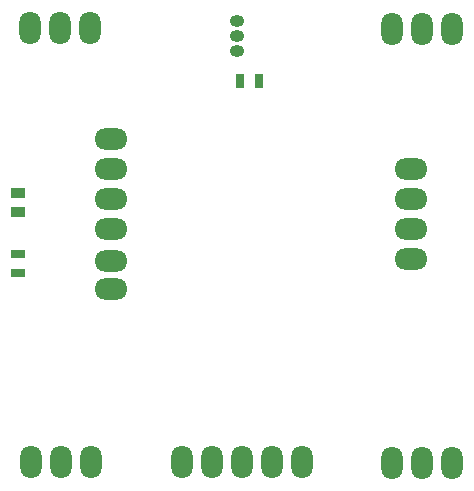
<source format=gts>
G04*
G04 #@! TF.GenerationSoftware,Altium Limited,Altium Designer,20.1.14 (287)*
G04*
G04 Layer_Color=8388736*
%FSLAX44Y44*%
%MOMM*%
G71*
G04*
G04 #@! TF.SameCoordinates,A1741A08-9612-4A6D-A7CB-39B1CF954D6D*
G04*
G04*
G04 #@! TF.FilePolarity,Negative*
G04*
G01*
G75*
%ADD16R,1.1532X0.8032*%
%ADD17R,1.1532X0.9032*%
%ADD18R,0.8032X1.1532*%
%ADD19O,2.8032X1.8032*%
%ADD20O,1.8032X2.8032*%
%ADD21O,1.2032X1.0032*%
D16*
X20988Y217320D02*
D03*
Y201320D02*
D03*
D17*
Y253320D02*
D03*
Y269320D02*
D03*
D18*
X209170Y363982D02*
D03*
X225170D02*
D03*
D19*
X354000Y213400D02*
D03*
Y238800D02*
D03*
Y264200D02*
D03*
Y289600D02*
D03*
X100000Y188000D02*
D03*
Y212000D02*
D03*
Y238800D02*
D03*
Y315000D02*
D03*
Y290000D02*
D03*
Y264200D02*
D03*
D20*
X261600Y42000D02*
D03*
X210800D02*
D03*
X185000D02*
D03*
X160000D02*
D03*
X236200D02*
D03*
X337600Y408000D02*
D03*
X363000D02*
D03*
X388400D02*
D03*
X30750Y408900D02*
D03*
X56150D02*
D03*
X81550D02*
D03*
X82790Y42000D02*
D03*
X57390D02*
D03*
X31990D02*
D03*
X388400Y41000D02*
D03*
X363000D02*
D03*
X337600D02*
D03*
D21*
X206618Y415036D02*
D03*
Y402336D02*
D03*
Y389636D02*
D03*
M02*

</source>
